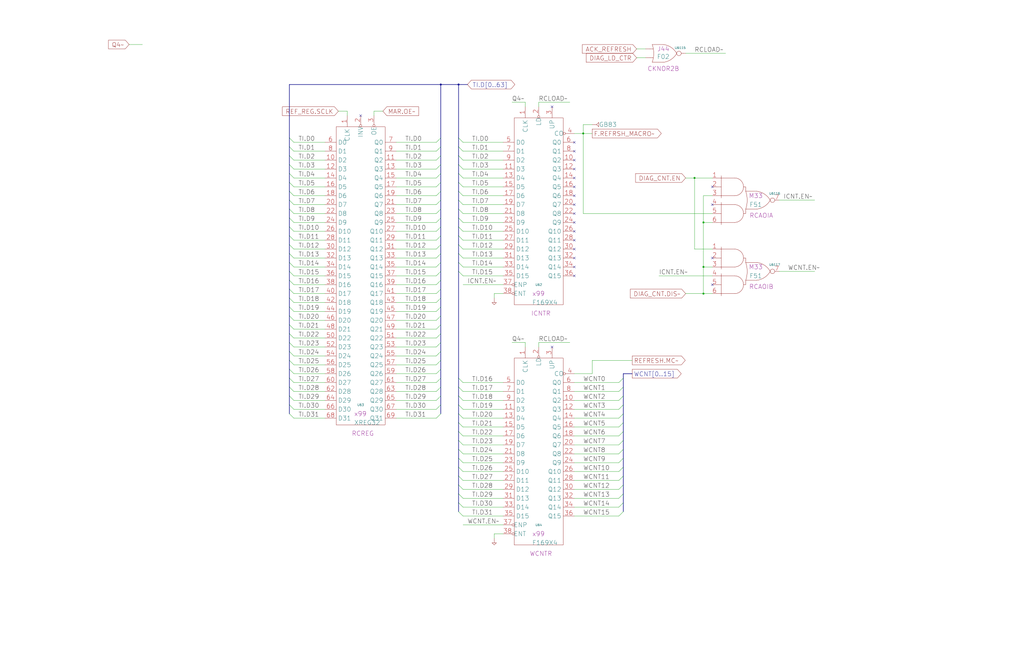
<source format=kicad_sch>
(kicad_sch (version 20230121) (generator eeschema)
  (paper "User" 584.2 378.46)
  (title_block (title "REFRESH COUNTERS") (date "20-MAR-90") (rev "1.0") (comment 1 "FIU") (comment 2 "232-003065") (comment 3 "S400") (comment 4 "RELEASED"))
  (lib_symbols
    (symbol "r1000:F02" (pin_numbers hide) (pin_names hide)
      (property "Reference" "U" (at 12.16 0.635 0))
      (property "Value" "F02" (at -1.27 -4.445 0))
      (property "Location" "___" (at 2.54 0 0))
      (property "Name" "______" (at 2.54 -12.7 0))
      (symbol "F02_0_1"
        (arc (start -3.81 -7.62) (mid -2.9847 -2.54) (end -3.81 2.54) (stroke (width 0.1524)))
        (polyline (pts (xy -5.08 -5.08) (xy -3.175 -5.08)) (stroke (width 0.1524)))
        (polyline (pts (xy -5.08 0) (xy -3.175 0)) (stroke (width 0.1524)))
        (polyline (pts (xy -3.81 -7.62) (xy 2.54 -7.62)) (stroke (width 0.1524)))
        (polyline (pts (xy -3.81 2.54) (xy 2.54 2.54)) (stroke (width 0.1524)))
        (polyline (pts (xy 13.97 -2.54) (xy 12.7 -2.54)) (stroke (width 0.1524)))
        (arc (start 2.54 -7.62) (mid 6.9515 -5.9823) (end 10.16 -2.54) (stroke (width 0.1524)))
        (arc (start 10.16 -2.54) (mid 6.9478 0.8966) (end 2.54 2.54) (stroke (width 0.1524)))
        (circle (center 11.43 -2.54) (radius 1.27) (stroke (width 0.1524)))
      )
      (symbol "F02_0_2"
        (circle (center -3.81 -5.08) (radius 1.27) (stroke (width 0.1524)))
        (circle (center -3.81 0) (radius 1.27) (stroke (width 0.1524)))
        (polyline (pts (xy -2.54 -7.62) (xy 5.08 -7.62)) (stroke (width 0.1524)))
        (polyline (pts (xy -2.54 2.54) (xy -2.54 -7.62)) (stroke (width 0.1524)))
        (polyline (pts (xy -2.54 2.54) (xy 5.08 2.54)) (stroke (width 0.1524)))
        (polyline (pts (xy 11.43 -2.54) (xy 10.16 -2.54)) (stroke (width 0.1524)))
        (polyline (pts (xy 11.43 -2.54) (xy 12.7 -2.54)) (stroke (width 0.1524)))
        (arc (start 5.08 -7.62) (mid 10.1282 -2.54) (end 5.08 2.54) (stroke (width 0.1524)))
      )
      (symbol "F02_1_1"
        (pin input line (at -7.62 0 0) (length 2.54) (name "D0") (number "1"))
        (pin input line (at -7.62 -5.08 0) (length 2.54) (name "D1") (number "2"))
        (pin output line (at 15.24 -2.54 180) (length 1.27) (name "Q") (number "3"))
      )
      (symbol "F02_1_2"
        (pin input line (at -7.62 0 0) (length 2.54) (name "D0") (number "1"))
        (pin input line (at -7.62 -5.08 0) (length 2.54) (name "D1") (number "2"))
        (pin output line (at 15.24 -2.54 180) (length 2.54) (name "Q") (number "3"))
      )
    )
    (symbol "r1000:F169X4" (pin_names (offset 1.016))
      (property "Reference" "U" (at 2.54 5.08 0))
      (property "Value" "F169X4" (at -1.27 -5.08 0))
      (property "Location" "___" (at -1.27 0 0))
      (property "Name" "______" (at 3.81 -12.7 0))
      (symbol "F169X4_1_1"
        (circle (center -12.065 0) (radius 0.635))
        (circle (center -12.065 5.08) (radius 0.635))
        (rectangle (start -11.43 100.33) (end 16.51 -6.35))
        (circle (center 2.54 100.965) (radius 0.635))
        (circle (center 17.145 91.44) (radius 0.635))
        (pin input line (at -5.08 106.68 270) (length 6.35) (name "CLK") (number "1"))
        (pin output line (at 22.86 76.2 180) (length 6.35) (name "Q2") (number "10"))
        (pin input line (at -17.78 71.12 0) (length 6.35) (name "D3") (number "11"))
        (pin output line (at 22.86 71.12 180) (length 6.35) (name "Q3") (number "12"))
        (pin input line (at -17.78 66.04 0) (length 6.35) (name "D4") (number "13"))
        (pin output line (at 22.86 66.04 180) (length 6.35) (name "Q4") (number "14"))
        (pin input line (at -17.78 60.96 0) (length 6.35) (name "D5") (number "15"))
        (pin output line (at 22.86 60.96 180) (length 6.35) (name "Q5") (number "16"))
        (pin input line (at -17.78 55.88 0) (length 6.35) (name "D6") (number "17"))
        (pin output line (at 22.86 55.88 180) (length 6.35) (name "Q6") (number "18"))
        (pin input line (at -17.78 50.8 0) (length 6.35) (name "D7") (number "19"))
        (pin input line (at 2.54 106.68 270) (length 5.08) (name "LD") (number "2"))
        (pin output line (at 22.86 50.8 180) (length 6.35) (name "Q7") (number "20"))
        (pin input line (at -17.78 45.72 0) (length 6.35) (name "D8") (number "21"))
        (pin output line (at 22.86 45.72 180) (length 6.35) (name "Q8") (number "22"))
        (pin input line (at -17.78 40.64 0) (length 6.35) (name "D9") (number "23"))
        (pin output line (at 22.86 40.64 180) (length 6.35) (name "Q9") (number "24"))
        (pin input line (at -17.78 35.56 0) (length 6.35) (name "D10") (number "25"))
        (pin output line (at 22.86 35.56 180) (length 6.35) (name "Q10") (number "26"))
        (pin input line (at -17.78 30.48 0) (length 6.35) (name "D11") (number "27"))
        (pin output line (at 22.86 30.48 180) (length 6.35) (name "Q11") (number "28"))
        (pin input line (at -17.78 25.4 0) (length 6.35) (name "D12") (number "29"))
        (pin input line (at 10.16 106.68 270) (length 6.35) (name "UP") (number "3"))
        (pin output line (at 22.86 25.4 180) (length 6.35) (name "Q12") (number "30"))
        (pin input line (at -17.78 20.32 0) (length 6.35) (name "D13") (number "31"))
        (pin output line (at 22.86 20.32 180) (length 6.35) (name "Q13") (number "32"))
        (pin input line (at -17.78 15.24 0) (length 6.35) (name "D14") (number "33"))
        (pin output line (at 22.86 15.24 180) (length 6.35) (name "Q14") (number "34"))
        (pin input line (at -17.78 10.16 0) (length 6.35) (name "D15") (number "35"))
        (pin output line (at 22.86 10.16 180) (length 6.35) (name "Q15") (number "36"))
        (pin input line (at -17.78 5.08 0) (length 5.08) (name "ENP") (number "37"))
        (pin input line (at -17.78 0 0) (length 5.08) (name "ENT") (number "38"))
        (pin output line (at 22.86 91.44 180) (length 5.08) (name "CO") (number "4"))
        (pin input line (at -17.78 86.36 0) (length 6.35) (name "D0") (number "5"))
        (pin output line (at 22.86 86.36 180) (length 6.35) (name "Q0") (number "6"))
        (pin input line (at -17.78 81.28 0) (length 6.35) (name "D1") (number "7"))
        (pin output line (at 22.86 81.28 180) (length 6.35) (name "Q1") (number "8"))
        (pin input line (at -17.78 76.2 0) (length 6.35) (name "D2") (number "9"))
      )
    )
    (symbol "r1000:F51" (pin_names hide)
      (property "Reference" "U" (at 12.7 1.27 0))
      (property "Value" "F51" (at 1.905 -5.08 0))
      (property "Location" "___" (at 1.905 0 0))
      (property "Name" "______" (at 5.08 -12.7 0))
      (symbol "F51_0_0"
        (arc (start -10.16 -15.24) (mid -6.5679 -13.7521) (end -5.08 -10.16) (stroke (width 0.1524)))
        (arc (start -10.16 0) (mid -6.5679 1.4879) (end -5.08 5.08) (stroke (width 0.1524)))
        (arc (start -5.08 -10.16) (mid -6.5679 -6.5679) (end -10.16 -5.08) (stroke (width 0.1524)))
        (arc (start -5.08 5.08) (mid -6.5679 8.6721) (end -10.16 10.16) (stroke (width 0.1524)))
        (arc (start -3.8173 -7.62) (mid -2.9926 -2.54) (end -3.8173 2.54) (stroke (width 0.1524)))
        (polyline (pts (xy -20.32 -15.24) (xy -17.78 -15.24)) (stroke (width 0.1524)))
        (polyline (pts (xy -20.32 -10.16) (xy -17.78 -10.16)) (stroke (width 0.1524)))
        (polyline (pts (xy -20.32 -5.08) (xy -17.78 -5.08)) (stroke (width 0.1524)))
        (polyline (pts (xy -20.32 0) (xy -17.78 0)) (stroke (width 0.1524)))
        (polyline (pts (xy -20.32 5.08) (xy -17.78 5.08)) (stroke (width 0.1524)))
        (polyline (pts (xy -20.32 10.16) (xy -17.78 10.16)) (stroke (width 0.1524)))
        (polyline (pts (xy -17.78 -3.81) (xy -17.78 -16.51)) (stroke (width 0.1524)))
        (polyline (pts (xy -17.78 11.43) (xy -17.78 -1.27)) (stroke (width 0.1524)))
        (polyline (pts (xy -10.16 -15.24) (xy -17.78 -15.24)) (stroke (width 0.1524)))
        (polyline (pts (xy -10.16 -5.08) (xy -17.78 -5.08)) (stroke (width 0.1524)))
        (polyline (pts (xy -10.16 0) (xy -17.78 0)) (stroke (width 0.1524)))
        (polyline (pts (xy -10.16 10.16) (xy -17.78 10.16)) (stroke (width 0.1524)))
        (polyline (pts (xy -3.81 -7.62) (xy 2.54 -7.62)) (stroke (width 0.1524)))
        (polyline (pts (xy -3.81 2.54) (xy 2.54 2.54)) (stroke (width 0.1524)))
        (polyline (pts (xy -5.08 -10.16) (xy -3.81 -10.16) (xy -3.81 -7.62)) (stroke (width 0.1524)))
        (polyline (pts (xy -5.08 5.08) (xy -3.81 5.08) (xy -3.81 2.54)) (stroke (width 0.1524)))
        (arc (start 2.54 -7.62) (mid 6.9504 -5.9805) (end 10.16 -2.54) (stroke (width 0.1524)))
        (arc (start 10.16 -2.54) (mid 6.9516 0.9024) (end 2.54 2.54) (stroke (width 0.1524)))
        (circle (center 11.43 -2.54) (radius 1.27) (stroke (width 0.1524)))
      )
      (symbol "F51_1_1"
        (pin input line (at -22.86 10.16 0) (length 2.54) (name "A1") (number "1"))
        (pin input line (at -22.86 5.08 0) (length 2.54) (name "A2") (number "2"))
        (pin input line (at -22.86 0 0) (length 2.54) (name "A3") (number "3"))
        (pin input line (at -22.86 -5.08 0) (length 2.54) (name "B1") (number "4"))
        (pin input line (at -22.86 -10.16 0) (length 2.54) (name "B2") (number "5"))
        (pin input line (at -22.86 -15.24 0) (length 2.54) (name "B3") (number "6"))
        (pin output line (at 15.24 -2.54 180) (length 2.54) (name "Q") (number "7"))
      )
    )
    (symbol "r1000:GB" (pin_numbers hide) (pin_names (offset 0) hide)
      (property "Reference" "GB" (at 3.81 0 0))
      (symbol "GB_0_1"
        (polyline (pts (xy 2.54 0) (xy 3.81 1.27) (xy 3.81 -1.27) (xy 2.54 0)) (stroke (width 0.1524)))
      )
      (symbol "GB_1_1"
        (pin bidirectional line (at 0 0 0) (length 2.54) (name "") (number "1"))
      )
    )
    (symbol "r1000:PD" (power) (pin_numbers hide) (pin_names hide) (in_bom no)
      (symbol "PD_0_1"
        (polyline (pts (xy 0 -2.54) (xy 1.27 -2.54) (xy 0 -3.81) (xy -1.27 -2.54) (xy 0 -2.54)) (stroke (width 0.1524)))
      )
      (symbol "PD_1_1"
        (pin power_in line (at 0 0 270) (length 2.54) (name "PD") (number "1"))
      )
    )
    (symbol "r1000:XREG32" (pin_names (offset 1.016))
      (property "Reference" "U" (at 2.54 5.08 0))
      (property "Value" "XREG32" (at -1.27 -5.08 0))
      (property "Location" "___" (at -1.27 0 0))
      (property "Name" "______" (at 3.81 -12.7 0))
      (symbol "XREG32_1_1"
        (rectangle (start -11.43 163.83) (end 16.51 -6.35))
        (circle (center 2.54 164.465) (radius 0.635))
        (circle (center 10.16 164.465) (radius 0.635))
        (pin input line (at -5.08 170.18 270) (length 6.35) (name "CLK") (number "1"))
        (pin input line (at -17.78 144.78 0) (length 6.35) (name "D2") (number "10"))
        (pin tri_state line (at 22.86 144.78 180) (length 6.35) (name "Q2") (number "11"))
        (pin input line (at -17.78 139.7 0) (length 6.35) (name "D3") (number "12"))
        (pin tri_state line (at 22.86 139.7 180) (length 6.35) (name "Q3") (number "13"))
        (pin input line (at -17.78 134.62 0) (length 6.35) (name "D4") (number "14"))
        (pin tri_state line (at 22.86 134.62 180) (length 6.35) (name "Q4") (number "15"))
        (pin input line (at -17.78 129.54 0) (length 6.35) (name "D5") (number "16"))
        (pin tri_state line (at 22.86 129.54 180) (length 6.35) (name "Q5") (number "17"))
        (pin input line (at -17.78 124.46 0) (length 6.35) (name "D6") (number "18"))
        (pin tri_state line (at 22.86 124.46 180) (length 6.35) (name "Q6") (number "19"))
        (pin input line (at 2.54 170.18 270) (length 5.08) (name "INV") (number "2"))
        (pin input line (at -17.78 119.38 0) (length 6.35) (name "D7") (number "20"))
        (pin tri_state line (at 22.86 119.38 180) (length 6.35) (name "Q7") (number "21"))
        (pin input line (at -17.78 114.3 0) (length 6.35) (name "D8") (number "22"))
        (pin tri_state line (at 22.86 114.3 180) (length 6.35) (name "Q8") (number "23"))
        (pin input line (at -17.78 109.22 0) (length 6.35) (name "D9") (number "24"))
        (pin tri_state line (at 22.86 109.22 180) (length 6.35) (name "Q9") (number "25"))
        (pin input line (at -17.78 104.14 0) (length 6.35) (name "D10") (number "26"))
        (pin tri_state line (at 22.86 104.14 180) (length 6.35) (name "Q10") (number "27"))
        (pin input line (at -17.78 99.06 0) (length 6.35) (name "D11") (number "28"))
        (pin tri_state line (at 22.86 99.06 180) (length 6.35) (name "Q11") (number "29"))
        (pin input line (at 10.16 170.18 270) (length 5.08) (name "OE") (number "3"))
        (pin input line (at -17.78 93.98 0) (length 6.35) (name "D12") (number "30"))
        (pin tri_state line (at 22.86 93.98 180) (length 6.35) (name "Q12") (number "31"))
        (pin input line (at -17.78 88.9 0) (length 6.35) (name "D13") (number "32"))
        (pin tri_state line (at 22.86 88.9 180) (length 6.35) (name "Q13") (number "33"))
        (pin input line (at -17.78 83.82 0) (length 6.35) (name "D14") (number "34"))
        (pin tri_state line (at 22.86 83.82 180) (length 6.35) (name "Q14") (number "35"))
        (pin input line (at -17.78 78.74 0) (length 6.35) (name "D15") (number "36"))
        (pin tri_state line (at 22.86 78.74 180) (length 6.35) (name "Q15") (number "37"))
        (pin input line (at -17.78 73.66 0) (length 6.35) (name "D16") (number "38"))
        (pin tri_state line (at 22.86 73.66 180) (length 6.35) (name "Q16") (number "39"))
        (pin input line (at -17.78 68.58 0) (length 6.35) (name "D17") (number "40"))
        (pin tri_state line (at 22.86 68.58 180) (length 6.35) (name "Q17") (number "41"))
        (pin input line (at -17.78 63.5 0) (length 6.35) (name "D18") (number "42"))
        (pin tri_state line (at 22.86 63.5 180) (length 6.35) (name "Q18") (number "43"))
        (pin input line (at -17.78 58.42 0) (length 6.35) (name "D19") (number "44"))
        (pin tri_state line (at 22.86 58.42 180) (length 6.35) (name "Q19") (number "45"))
        (pin input line (at -17.78 53.34 0) (length 6.35) (name "D20") (number "46"))
        (pin tri_state line (at 22.86 53.34 180) (length 6.35) (name "Q20") (number "47"))
        (pin input line (at -17.78 48.26 0) (length 6.35) (name "D21") (number "48"))
        (pin tri_state line (at 22.86 48.26 180) (length 6.35) (name "Q21") (number "49"))
        (pin input line (at -17.78 43.18 0) (length 6.35) (name "D22") (number "50"))
        (pin tri_state line (at 22.86 43.18 180) (length 6.35) (name "Q22") (number "51"))
        (pin input line (at -17.78 38.1 0) (length 6.35) (name "D23") (number "52"))
        (pin tri_state line (at 22.86 38.1 180) (length 6.35) (name "Q23") (number "53"))
        (pin input line (at -17.78 33.02 0) (length 6.35) (name "D24") (number "54"))
        (pin tri_state line (at 22.86 33.02 180) (length 6.35) (name "Q24") (number "55"))
        (pin input line (at -17.78 27.94 0) (length 6.35) (name "D25") (number "56"))
        (pin tri_state line (at 22.86 27.94 180) (length 6.35) (name "Q25") (number "57"))
        (pin input line (at -17.78 22.86 0) (length 6.35) (name "D26") (number "58"))
        (pin tri_state line (at 22.86 22.86 180) (length 6.35) (name "Q26") (number "59"))
        (pin input line (at -17.78 154.94 0) (length 6.35) (name "D0") (number "6"))
        (pin input line (at -17.78 17.78 0) (length 6.35) (name "D27") (number "60"))
        (pin tri_state line (at 22.86 17.78 180) (length 6.35) (name "Q27") (number "61"))
        (pin input line (at -17.78 12.7 0) (length 6.35) (name "D28") (number "62"))
        (pin tri_state line (at 22.86 12.7 180) (length 6.35) (name "Q28") (number "63"))
        (pin input line (at -17.78 7.62 0) (length 6.35) (name "D29") (number "64"))
        (pin tri_state line (at 22.86 7.62 180) (length 6.35) (name "Q29") (number "65"))
        (pin input line (at -17.78 2.54 0) (length 6.35) (name "D30") (number "66"))
        (pin tri_state line (at 22.86 2.54 180) (length 6.35) (name "Q30") (number "67"))
        (pin input line (at -17.78 -2.54 0) (length 6.35) (name "D31") (number "68"))
        (pin tri_state line (at 22.86 -2.54 180) (length 6.35) (name "Q31") (number "69"))
        (pin tri_state line (at 22.86 154.94 180) (length 6.35) (name "Q0") (number "7"))
        (pin input line (at -17.78 149.86 0) (length 6.35) (name "D1") (number "8"))
        (pin tri_state line (at 22.86 149.86 180) (length 6.35) (name "Q1") (number "9"))
      )
    )
  )
  (junction (at 396.24 101.6))
  (junction (at 401.32 127))
  (junction (at 332.74 76.2))
  (junction (at 261.62 48.26))
  (junction (at 251.46 48.26))
  (junction (at 401.32 167.64))
  (junction (at 401.32 152.4))
  (no_connect (at 327.66 111.76))
  (no_connect (at 327.66 157.48))
  (no_connect (at 327.66 147.32))
  (no_connect (at 205.74 66.04))
  (no_connect (at 327.66 81.28))
  (no_connect (at 327.66 116.84))
  (no_connect (at 327.66 101.6))
  (no_connect (at 406.4 106.68))
  (no_connect (at 314.96 60.96))
  (no_connect (at 314.96 198.12))
  (no_connect (at 327.66 91.44))
  (no_connect (at 327.66 137.16))
  (no_connect (at 327.66 106.68))
  (no_connect (at 327.66 132.08))
  (no_connect (at 406.4 147.32))
  (no_connect (at 327.66 96.52))
  (no_connect (at 406.4 162.56))
  (no_connect (at 327.66 86.36))
  (no_connect (at 327.66 121.92))
  (no_connect (at 327.66 142.24))
  (no_connect (at 327.66 127))
  (no_connect (at 406.4 116.84))
  (no_connect (at 327.66 152.4))
  (bus_entry (at 261.62 144.78) (size 2.54 2.54))
  (bus_entry (at 261.62 271.78) (size 2.54 2.54))
  (bus_entry (at 251.46 170.18) (size -2.54 2.54))
  (bus_entry (at 251.46 99.06) (size -2.54 2.54))
  (bus_entry (at 165.1 185.42) (size 2.54 2.54))
  (bus_entry (at 251.46 236.22) (size -2.54 2.54))
  (bus_entry (at 251.46 93.98) (size -2.54 2.54))
  (bus_entry (at 251.46 165.1) (size -2.54 2.54))
  (bus_entry (at 355.6 226.06) (size -2.54 2.54))
  (bus_entry (at 165.1 195.58) (size 2.54 2.54))
  (bus_entry (at 355.6 231.14) (size -2.54 2.54))
  (bus_entry (at 165.1 154.94) (size 2.54 2.54))
  (bus_entry (at 165.1 124.46) (size 2.54 2.54))
  (bus_entry (at 165.1 144.78) (size 2.54 2.54))
  (bus_entry (at 355.6 236.22) (size -2.54 2.54))
  (bus_entry (at 165.1 236.22) (size 2.54 2.54))
  (bus_entry (at 261.62 287.02) (size 2.54 2.54))
  (bus_entry (at 261.62 215.9) (size 2.54 2.54))
  (bus_entry (at 251.46 160.02) (size -2.54 2.54))
  (bus_entry (at 261.62 241.3) (size 2.54 2.54))
  (bus_entry (at 261.62 226.06) (size 2.54 2.54))
  (bus_entry (at 251.46 129.54) (size -2.54 2.54))
  (bus_entry (at 251.46 139.7) (size -2.54 2.54))
  (bus_entry (at 261.62 129.54) (size 2.54 2.54))
  (bus_entry (at 165.1 175.26) (size 2.54 2.54))
  (bus_entry (at 261.62 88.9) (size 2.54 2.54))
  (bus_entry (at 355.6 241.3) (size -2.54 2.54))
  (bus_entry (at 355.6 281.94) (size -2.54 2.54))
  (bus_entry (at 355.6 251.46) (size -2.54 2.54))
  (bus_entry (at 165.1 83.82) (size 2.54 2.54))
  (bus_entry (at 261.62 109.22) (size 2.54 2.54))
  (bus_entry (at 251.46 88.9) (size -2.54 2.54))
  (bus_entry (at 165.1 129.54) (size 2.54 2.54))
  (bus_entry (at 251.46 200.66) (size -2.54 2.54))
  (bus_entry (at 251.46 119.38) (size -2.54 2.54))
  (bus_entry (at 261.62 83.82) (size 2.54 2.54))
  (bus_entry (at 165.1 93.98) (size 2.54 2.54))
  (bus_entry (at 165.1 160.02) (size 2.54 2.54))
  (bus_entry (at 261.62 93.98) (size 2.54 2.54))
  (bus_entry (at 165.1 165.1) (size 2.54 2.54))
  (bus_entry (at 165.1 139.7) (size 2.54 2.54))
  (bus_entry (at 251.46 144.78) (size -2.54 2.54))
  (bus_entry (at 165.1 114.3) (size 2.54 2.54))
  (bus_entry (at 251.46 149.86) (size -2.54 2.54))
  (bus_entry (at 251.46 83.82) (size -2.54 2.54))
  (bus_entry (at 251.46 220.98) (size -2.54 2.54))
  (bus_entry (at 261.62 124.46) (size 2.54 2.54))
  (bus_entry (at 251.46 215.9) (size -2.54 2.54))
  (bus_entry (at 355.6 271.78) (size -2.54 2.54))
  (bus_entry (at 261.62 134.62) (size 2.54 2.54))
  (bus_entry (at 165.1 119.38) (size 2.54 2.54))
  (bus_entry (at 251.46 104.14) (size -2.54 2.54))
  (bus_entry (at 251.46 210.82) (size -2.54 2.54))
  (bus_entry (at 251.46 114.3) (size -2.54 2.54))
  (bus_entry (at 251.46 195.58) (size -2.54 2.54))
  (bus_entry (at 261.62 292.1) (size 2.54 2.54))
  (bus_entry (at 251.46 226.06) (size -2.54 2.54))
  (bus_entry (at 355.6 276.86) (size -2.54 2.54))
  (bus_entry (at 355.6 215.9) (size -2.54 2.54))
  (bus_entry (at 251.46 231.14) (size -2.54 2.54))
  (bus_entry (at 251.46 185.42) (size -2.54 2.54))
  (bus_entry (at 165.1 104.14) (size 2.54 2.54))
  (bus_entry (at 261.62 231.14) (size 2.54 2.54))
  (bus_entry (at 261.62 251.46) (size 2.54 2.54))
  (bus_entry (at 165.1 220.98) (size 2.54 2.54))
  (bus_entry (at 165.1 88.9) (size 2.54 2.54))
  (bus_entry (at 165.1 200.66) (size 2.54 2.54))
  (bus_entry (at 261.62 261.62) (size 2.54 2.54))
  (bus_entry (at 251.46 154.94) (size -2.54 2.54))
  (bus_entry (at 251.46 190.5) (size -2.54 2.54))
  (bus_entry (at 165.1 210.82) (size 2.54 2.54))
  (bus_entry (at 165.1 231.14) (size 2.54 2.54))
  (bus_entry (at 251.46 134.62) (size -2.54 2.54))
  (bus_entry (at 261.62 78.74) (size 2.54 2.54))
  (bus_entry (at 251.46 78.74) (size -2.54 2.54))
  (bus_entry (at 261.62 99.06) (size 2.54 2.54))
  (bus_entry (at 165.1 78.74) (size 2.54 2.54))
  (bus_entry (at 261.62 246.38) (size 2.54 2.54))
  (bus_entry (at 165.1 170.18) (size 2.54 2.54))
  (bus_entry (at 355.6 266.7) (size -2.54 2.54))
  (bus_entry (at 261.62 276.86) (size 2.54 2.54))
  (bus_entry (at 261.62 154.94) (size 2.54 2.54))
  (bus_entry (at 261.62 236.22) (size 2.54 2.54))
  (bus_entry (at 355.6 287.02) (size -2.54 2.54))
  (bus_entry (at 261.62 119.38) (size 2.54 2.54))
  (bus_entry (at 355.6 246.38) (size -2.54 2.54))
  (bus_entry (at 261.62 149.86) (size 2.54 2.54))
  (bus_entry (at 261.62 139.7) (size 2.54 2.54))
  (bus_entry (at 251.46 124.46) (size -2.54 2.54))
  (bus_entry (at 165.1 226.06) (size 2.54 2.54))
  (bus_entry (at 165.1 215.9) (size 2.54 2.54))
  (bus_entry (at 165.1 190.5) (size 2.54 2.54))
  (bus_entry (at 355.6 256.54) (size -2.54 2.54))
  (bus_entry (at 165.1 134.62) (size 2.54 2.54))
  (bus_entry (at 355.6 292.1) (size -2.54 2.54))
  (bus_entry (at 355.6 220.98) (size -2.54 2.54))
  (bus_entry (at 261.62 104.14) (size 2.54 2.54))
  (bus_entry (at 261.62 220.98) (size 2.54 2.54))
  (bus_entry (at 251.46 205.74) (size -2.54 2.54))
  (bus_entry (at 261.62 281.94) (size 2.54 2.54))
  (bus_entry (at 165.1 99.06) (size 2.54 2.54))
  (bus_entry (at 251.46 109.22) (size -2.54 2.54))
  (bus_entry (at 355.6 261.62) (size -2.54 2.54))
  (bus_entry (at 261.62 256.54) (size 2.54 2.54))
  (bus_entry (at 261.62 114.3) (size 2.54 2.54))
  (bus_entry (at 165.1 149.86) (size 2.54 2.54))
  (bus_entry (at 251.46 180.34) (size -2.54 2.54))
  (bus_entry (at 165.1 180.34) (size 2.54 2.54))
  (bus_entry (at 261.62 266.7) (size 2.54 2.54))
  (bus_entry (at 251.46 175.26) (size -2.54 2.54))
  (bus_entry (at 165.1 205.74) (size 2.54 2.54))
  (bus_entry (at 165.1 109.22) (size 2.54 2.54))
  (wire (pts (xy 264.16 106.68) (xy 287.02 106.68)))
  (bus (pts (xy 165.1 144.78) (xy 165.1 149.86)))
  (wire (pts (xy 264.16 91.44) (xy 287.02 91.44)))
  (wire (pts (xy 327.66 218.44) (xy 353.06 218.44)))
  (bus (pts (xy 251.46 144.78) (xy 251.46 149.86)))
  (wire (pts (xy 401.32 152.4) (xy 401.32 127)))
  (wire (pts (xy 327.66 259.08) (xy 353.06 259.08)))
  (wire (pts (xy 167.64 203.2) (xy 185.42 203.2)))
  (wire (pts (xy 248.92 152.4) (xy 226.06 152.4)))
  (wire (pts (xy 264.16 294.64) (xy 287.02 294.64)))
  (bus (pts (xy 261.62 220.98) (xy 261.62 226.06)))
  (bus (pts (xy 165.1 114.3) (xy 165.1 119.38)))
  (bus (pts (xy 165.1 226.06) (xy 165.1 231.14)))
  (bus (pts (xy 165.1 220.98) (xy 165.1 226.06)))
  (wire (pts (xy 167.64 137.16) (xy 185.42 137.16)))
  (bus (pts (xy 261.62 246.38) (xy 261.62 251.46)))
  (bus (pts (xy 355.6 281.94) (xy 355.6 287.02)))
  (wire (pts (xy 248.92 101.6) (xy 226.06 101.6)))
  (bus (pts (xy 251.46 48.26) (xy 261.62 48.26)))
  (bus (pts (xy 261.62 139.7) (xy 261.62 144.78)))
  (wire (pts (xy 264.16 218.44) (xy 287.02 218.44)))
  (bus (pts (xy 261.62 266.7) (xy 261.62 271.78)))
  (wire (pts (xy 167.64 142.24) (xy 185.42 142.24)))
  (wire (pts (xy 292.1 58.42) (xy 299.72 58.42)))
  (wire (pts (xy 360.68 205.74) (xy 337.82 205.74)))
  (wire (pts (xy 248.92 127) (xy 226.06 127)))
  (wire (pts (xy 327.66 228.6) (xy 353.06 228.6)))
  (bus (pts (xy 261.62 215.9) (xy 261.62 220.98)))
  (wire (pts (xy 167.64 228.6) (xy 185.42 228.6)))
  (wire (pts (xy 287.02 167.64) (xy 281.94 167.64)))
  (bus (pts (xy 261.62 261.62) (xy 261.62 266.7)))
  (wire (pts (xy 401.32 127) (xy 406.4 127)))
  (bus (pts (xy 165.1 231.14) (xy 165.1 236.22)))
  (wire (pts (xy 248.92 187.96) (xy 226.06 187.96)))
  (bus (pts (xy 261.62 231.14) (xy 261.62 236.22)))
  (wire (pts (xy 264.16 81.28) (xy 287.02 81.28)))
  (wire (pts (xy 248.92 116.84) (xy 226.06 116.84)))
  (wire (pts (xy 167.64 187.96) (xy 185.42 187.96)))
  (bus (pts (xy 251.46 78.74) (xy 251.46 83.82)))
  (wire (pts (xy 167.64 233.68) (xy 185.42 233.68)))
  (wire (pts (xy 281.94 167.64) (xy 281.94 170.18)))
  (wire (pts (xy 264.16 152.4) (xy 287.02 152.4)))
  (bus (pts (xy 261.62 129.54) (xy 261.62 134.62)))
  (wire (pts (xy 464.82 114.3) (xy 444.5 114.3)))
  (wire (pts (xy 167.64 152.4) (xy 185.42 152.4)))
  (wire (pts (xy 167.64 238.76) (xy 185.42 238.76)))
  (wire (pts (xy 327.66 254) (xy 353.06 254)))
  (wire (pts (xy 248.92 198.12) (xy 226.06 198.12)))
  (wire (pts (xy 213.36 63.5) (xy 213.36 66.04)))
  (wire (pts (xy 264.16 147.32) (xy 287.02 147.32)))
  (wire (pts (xy 167.64 172.72) (xy 185.42 172.72)))
  (bus (pts (xy 165.1 210.82) (xy 165.1 215.9)))
  (bus (pts (xy 261.62 281.94) (xy 261.62 287.02)))
  (wire (pts (xy 248.92 157.48) (xy 226.06 157.48)))
  (bus (pts (xy 165.1 93.98) (xy 165.1 99.06)))
  (bus (pts (xy 251.46 170.18) (xy 251.46 175.26)))
  (wire (pts (xy 167.64 162.56) (xy 185.42 162.56)))
  (wire (pts (xy 167.64 167.64) (xy 185.42 167.64)))
  (wire (pts (xy 248.92 193.04) (xy 226.06 193.04)))
  (bus (pts (xy 355.6 276.86) (xy 355.6 281.94)))
  (wire (pts (xy 193.04 63.5) (xy 198.12 63.5)))
  (bus (pts (xy 261.62 154.94) (xy 261.62 215.9)))
  (wire (pts (xy 248.92 228.6) (xy 226.06 228.6)))
  (wire (pts (xy 332.74 76.2) (xy 332.74 121.92)))
  (bus (pts (xy 251.46 231.14) (xy 251.46 236.22)))
  (wire (pts (xy 391.16 101.6) (xy 396.24 101.6)))
  (bus (pts (xy 355.6 220.98) (xy 355.6 226.06)))
  (wire (pts (xy 167.64 86.36) (xy 185.42 86.36)))
  (bus (pts (xy 165.1 195.58) (xy 165.1 200.66)))
  (bus (pts (xy 355.6 241.3) (xy 355.6 246.38)))
  (wire (pts (xy 327.66 243.84) (xy 353.06 243.84)))
  (bus (pts (xy 355.6 236.22) (xy 355.6 241.3)))
  (wire (pts (xy 248.92 238.76) (xy 226.06 238.76)))
  (wire (pts (xy 264.16 137.16) (xy 287.02 137.16)))
  (wire (pts (xy 327.66 233.68) (xy 353.06 233.68)))
  (wire (pts (xy 325.12 58.42) (xy 307.34 58.42)))
  (bus (pts (xy 251.46 160.02) (xy 251.46 165.1)))
  (bus (pts (xy 261.62 48.26) (xy 261.62 78.74)))
  (bus (pts (xy 165.1 78.74) (xy 165.1 83.82)))
  (wire (pts (xy 444.5 154.94) (xy 464.82 154.94)))
  (wire (pts (xy 264.16 259.08) (xy 287.02 259.08)))
  (wire (pts (xy 401.32 167.64) (xy 406.4 167.64)))
  (bus (pts (xy 355.6 226.06) (xy 355.6 231.14)))
  (wire (pts (xy 396.24 101.6) (xy 396.24 142.24)))
  (bus (pts (xy 261.62 251.46) (xy 261.62 256.54)))
  (bus (pts (xy 355.6 266.7) (xy 355.6 271.78)))
  (wire (pts (xy 167.64 106.68) (xy 185.42 106.68)))
  (bus (pts (xy 251.46 220.98) (xy 251.46 226.06)))
  (bus (pts (xy 165.1 99.06) (xy 165.1 104.14)))
  (wire (pts (xy 264.16 254) (xy 287.02 254)))
  (bus (pts (xy 165.1 175.26) (xy 165.1 180.34)))
  (bus (pts (xy 165.1 129.54) (xy 165.1 134.62)))
  (bus (pts (xy 251.46 114.3) (xy 251.46 119.38)))
  (bus (pts (xy 355.6 215.9) (xy 355.6 220.98)))
  (wire (pts (xy 327.66 223.52) (xy 353.06 223.52)))
  (wire (pts (xy 167.64 213.36) (xy 185.42 213.36)))
  (wire (pts (xy 396.24 101.6) (xy 406.4 101.6)))
  (bus (pts (xy 251.46 215.9) (xy 251.46 220.98)))
  (wire (pts (xy 198.12 63.5) (xy 198.12 66.04)))
  (wire (pts (xy 248.92 182.88) (xy 226.06 182.88)))
  (wire (pts (xy 248.92 147.32) (xy 226.06 147.32)))
  (bus (pts (xy 261.62 114.3) (xy 261.62 119.38)))
  (wire (pts (xy 167.64 218.44) (xy 185.42 218.44)))
  (wire (pts (xy 327.66 76.2) (xy 332.74 76.2)))
  (bus (pts (xy 261.62 256.54) (xy 261.62 261.62)))
  (wire (pts (xy 299.72 195.58) (xy 299.72 198.12)))
  (bus (pts (xy 261.62 236.22) (xy 261.62 241.3)))
  (bus (pts (xy 251.46 226.06) (xy 251.46 231.14)))
  (wire (pts (xy 248.92 132.08) (xy 226.06 132.08)))
  (wire (pts (xy 167.64 101.6) (xy 185.42 101.6)))
  (wire (pts (xy 167.64 182.88) (xy 185.42 182.88)))
  (wire (pts (xy 264.16 238.76) (xy 287.02 238.76)))
  (bus (pts (xy 251.46 139.7) (xy 251.46 144.78)))
  (wire (pts (xy 248.92 111.76) (xy 226.06 111.76)))
  (bus (pts (xy 165.1 139.7) (xy 165.1 144.78)))
  (bus (pts (xy 251.46 175.26) (xy 251.46 180.34)))
  (wire (pts (xy 167.64 91.44) (xy 185.42 91.44)))
  (wire (pts (xy 167.64 116.84) (xy 185.42 116.84)))
  (bus (pts (xy 261.62 99.06) (xy 261.62 104.14)))
  (wire (pts (xy 327.66 294.64) (xy 353.06 294.64)))
  (bus (pts (xy 165.1 119.38) (xy 165.1 124.46)))
  (bus (pts (xy 261.62 287.02) (xy 261.62 292.1)))
  (wire (pts (xy 248.92 167.64) (xy 226.06 167.64)))
  (wire (pts (xy 248.92 218.44) (xy 226.06 218.44)))
  (bus (pts (xy 251.46 205.74) (xy 251.46 210.82)))
  (wire (pts (xy 264.16 121.92) (xy 287.02 121.92)))
  (wire (pts (xy 248.92 106.68) (xy 226.06 106.68)))
  (bus (pts (xy 261.62 241.3) (xy 261.62 246.38)))
  (wire (pts (xy 73.66 25.4) (xy 81.28 25.4)))
  (wire (pts (xy 264.16 243.84) (xy 287.02 243.84)))
  (wire (pts (xy 264.16 284.48) (xy 287.02 284.48)))
  (wire (pts (xy 307.34 58.42) (xy 307.34 60.96)))
  (wire (pts (xy 167.64 157.48) (xy 185.42 157.48)))
  (wire (pts (xy 248.92 177.8) (xy 226.06 177.8)))
  (wire (pts (xy 332.74 71.12) (xy 332.74 76.2)))
  (wire (pts (xy 363.22 33.02) (xy 368.3 33.02)))
  (wire (pts (xy 264.16 279.4) (xy 287.02 279.4)))
  (wire (pts (xy 167.64 223.52) (xy 185.42 223.52)))
  (wire (pts (xy 248.92 142.24) (xy 226.06 142.24)))
  (wire (pts (xy 292.1 195.58) (xy 299.72 195.58)))
  (wire (pts (xy 264.16 101.6) (xy 287.02 101.6)))
  (wire (pts (xy 299.72 58.42) (xy 299.72 60.96)))
  (bus (pts (xy 261.62 48.26) (xy 266.7 48.26)))
  (wire (pts (xy 396.24 142.24) (xy 406.4 142.24)))
  (bus (pts (xy 251.46 124.46) (xy 251.46 129.54)))
  (bus (pts (xy 261.62 93.98) (xy 261.62 99.06)))
  (wire (pts (xy 218.44 63.5) (xy 213.36 63.5)))
  (bus (pts (xy 251.46 99.06) (xy 251.46 104.14)))
  (bus (pts (xy 165.1 200.66) (xy 165.1 205.74)))
  (bus (pts (xy 251.46 185.42) (xy 251.46 190.5)))
  (wire (pts (xy 264.16 142.24) (xy 287.02 142.24)))
  (bus (pts (xy 165.1 154.94) (xy 165.1 160.02)))
  (wire (pts (xy 264.16 127) (xy 287.02 127)))
  (bus (pts (xy 251.46 190.5) (xy 251.46 195.58)))
  (wire (pts (xy 248.92 121.92) (xy 226.06 121.92)))
  (wire (pts (xy 248.92 86.36) (xy 226.06 86.36)))
  (bus (pts (xy 251.46 165.1) (xy 251.46 170.18)))
  (bus (pts (xy 261.62 104.14) (xy 261.62 109.22)))
  (wire (pts (xy 264.16 233.68) (xy 287.02 233.68)))
  (wire (pts (xy 401.32 152.4) (xy 406.4 152.4)))
  (bus (pts (xy 355.6 261.62) (xy 355.6 266.7)))
  (wire (pts (xy 248.92 91.44) (xy 226.06 91.44)))
  (wire (pts (xy 167.64 127) (xy 185.42 127)))
  (bus (pts (xy 355.6 246.38) (xy 355.6 251.46)))
  (wire (pts (xy 281.94 304.8) (xy 281.94 307.34)))
  (wire (pts (xy 167.64 198.12) (xy 185.42 198.12)))
  (bus (pts (xy 165.1 104.14) (xy 165.1 109.22)))
  (wire (pts (xy 337.82 205.74) (xy 337.82 213.36)))
  (bus (pts (xy 165.1 124.46) (xy 165.1 129.54)))
  (bus (pts (xy 165.1 180.34) (xy 165.1 185.42)))
  (bus (pts (xy 261.62 109.22) (xy 261.62 114.3)))
  (bus (pts (xy 251.46 154.94) (xy 251.46 160.02)))
  (wire (pts (xy 327.66 269.24) (xy 353.06 269.24)))
  (bus (pts (xy 251.46 88.9) (xy 251.46 93.98)))
  (wire (pts (xy 287.02 304.8) (xy 281.94 304.8)))
  (wire (pts (xy 327.66 289.56) (xy 353.06 289.56)))
  (bus (pts (xy 261.62 78.74) (xy 261.62 83.82)))
  (wire (pts (xy 264.16 223.52) (xy 287.02 223.52)))
  (wire (pts (xy 337.82 213.36) (xy 327.66 213.36)))
  (wire (pts (xy 264.16 289.56) (xy 287.02 289.56)))
  (wire (pts (xy 363.22 27.94) (xy 368.3 27.94)))
  (wire (pts (xy 327.66 274.32) (xy 353.06 274.32)))
  (bus (pts (xy 360.68 213.36) (xy 355.6 213.36)))
  (wire (pts (xy 167.64 193.04) (xy 185.42 193.04)))
  (bus (pts (xy 165.1 205.74) (xy 165.1 210.82)))
  (wire (pts (xy 167.64 81.28) (xy 185.42 81.28)))
  (bus (pts (xy 165.1 48.26) (xy 165.1 78.74)))
  (bus (pts (xy 355.6 231.14) (xy 355.6 236.22)))
  (bus (pts (xy 261.62 124.46) (xy 261.62 129.54)))
  (wire (pts (xy 375.92 157.48) (xy 406.4 157.48)))
  (wire (pts (xy 264.16 228.6) (xy 287.02 228.6)))
  (bus (pts (xy 251.46 119.38) (xy 251.46 124.46)))
  (bus (pts (xy 355.6 256.54) (xy 355.6 261.62)))
  (bus (pts (xy 165.1 149.86) (xy 165.1 154.94)))
  (wire (pts (xy 248.92 81.28) (xy 226.06 81.28)))
  (bus (pts (xy 261.62 83.82) (xy 261.62 88.9)))
  (wire (pts (xy 167.64 177.8) (xy 185.42 177.8)))
  (bus (pts (xy 165.1 190.5) (xy 165.1 195.58)))
  (wire (pts (xy 337.82 76.2) (xy 332.74 76.2)))
  (wire (pts (xy 264.16 248.92) (xy 287.02 248.92)))
  (bus (pts (xy 165.1 83.82) (xy 165.1 88.9)))
  (bus (pts (xy 261.62 134.62) (xy 261.62 139.7)))
  (bus (pts (xy 261.62 149.86) (xy 261.62 154.94)))
  (wire (pts (xy 167.64 111.76) (xy 185.42 111.76)))
  (bus (pts (xy 251.46 48.26) (xy 251.46 78.74)))
  (wire (pts (xy 248.92 208.28) (xy 226.06 208.28)))
  (wire (pts (xy 264.16 274.32) (xy 287.02 274.32)))
  (wire (pts (xy 325.12 195.58) (xy 307.34 195.58)))
  (bus (pts (xy 165.1 185.42) (xy 165.1 190.5)))
  (bus (pts (xy 251.46 210.82) (xy 251.46 215.9)))
  (wire (pts (xy 264.16 157.48) (xy 287.02 157.48)))
  (wire (pts (xy 248.92 233.68) (xy 226.06 233.68)))
  (wire (pts (xy 167.64 132.08) (xy 185.42 132.08)))
  (bus (pts (xy 251.46 134.62) (xy 251.46 139.7)))
  (wire (pts (xy 327.66 264.16) (xy 353.06 264.16)))
  (wire (pts (xy 264.16 269.24) (xy 287.02 269.24)))
  (bus (pts (xy 165.1 165.1) (xy 165.1 170.18)))
  (wire (pts (xy 248.92 96.52) (xy 226.06 96.52)))
  (wire (pts (xy 327.66 248.92) (xy 353.06 248.92)))
  (wire (pts (xy 264.16 162.56) (xy 287.02 162.56)))
  (bus (pts (xy 165.1 134.62) (xy 165.1 139.7)))
  (wire (pts (xy 327.66 279.4) (xy 353.06 279.4)))
  (wire (pts (xy 264.16 132.08) (xy 287.02 132.08)))
  (wire (pts (xy 401.32 152.4) (xy 401.32 167.64)))
  (bus (pts (xy 251.46 83.82) (xy 251.46 88.9)))
  (wire (pts (xy 248.92 213.36) (xy 226.06 213.36)))
  (bus (pts (xy 251.46 180.34) (xy 251.46 185.42)))
  (wire (pts (xy 391.16 167.64) (xy 401.32 167.64)))
  (wire (pts (xy 264.16 116.84) (xy 287.02 116.84)))
  (wire (pts (xy 327.66 238.76) (xy 353.06 238.76)))
  (bus (pts (xy 165.1 215.9) (xy 165.1 220.98)))
  (wire (pts (xy 167.64 147.32) (xy 185.42 147.32)))
  (bus (pts (xy 355.6 213.36) (xy 355.6 215.9)))
  (bus (pts (xy 251.46 109.22) (xy 251.46 114.3)))
  (wire (pts (xy 332.74 121.92) (xy 406.4 121.92)))
  (bus (pts (xy 251.46 149.86) (xy 251.46 154.94)))
  (bus (pts (xy 251.46 195.58) (xy 251.46 200.66)))
  (wire (pts (xy 332.74 71.12) (xy 337.82 71.12)))
  (bus (pts (xy 251.46 200.66) (xy 251.46 205.74)))
  (bus (pts (xy 355.6 287.02) (xy 355.6 292.1)))
  (bus (pts (xy 261.62 276.86) (xy 261.62 281.94)))
  (wire (pts (xy 264.16 264.16) (xy 287.02 264.16)))
  (wire (pts (xy 248.92 223.52) (xy 226.06 223.52)))
  (bus (pts (xy 165.1 48.26) (xy 251.46 48.26)))
  (bus (pts (xy 261.62 119.38) (xy 261.62 124.46)))
  (bus (pts (xy 261.62 88.9) (xy 261.62 93.98)))
  (wire (pts (xy 307.34 195.58) (xy 307.34 198.12)))
  (wire (pts (xy 264.16 96.52) (xy 287.02 96.52)))
  (bus (pts (xy 165.1 160.02) (xy 165.1 165.1)))
  (wire (pts (xy 248.92 137.16) (xy 226.06 137.16)))
  (wire (pts (xy 327.66 284.48) (xy 353.06 284.48)))
  (wire (pts (xy 391.16 30.48) (xy 414.02 30.48)))
  (wire (pts (xy 401.32 111.76) (xy 401.32 127)))
  (bus (pts (xy 165.1 170.18) (xy 165.1 175.26)))
  (wire (pts (xy 167.64 208.28) (xy 185.42 208.28)))
  (bus (pts (xy 251.46 129.54) (xy 251.46 134.62)))
  (wire (pts (xy 248.92 162.56) (xy 226.06 162.56)))
  (wire (pts (xy 248.92 203.2) (xy 226.06 203.2)))
  (wire (pts (xy 167.64 121.92) (xy 185.42 121.92)))
  (bus (pts (xy 355.6 271.78) (xy 355.6 276.86)))
  (bus (pts (xy 261.62 144.78) (xy 261.62 149.86)))
  (bus (pts (xy 165.1 109.22) (xy 165.1 114.3)))
  (wire (pts (xy 167.64 96.52) (xy 185.42 96.52)))
  (wire (pts (xy 401.32 111.76) (xy 406.4 111.76)))
  (wire (pts (xy 264.16 86.36) (xy 287.02 86.36)))
  (wire (pts (xy 264.16 299.72) (xy 287.02 299.72)))
  (wire (pts (xy 248.92 172.72) (xy 226.06 172.72)))
  (wire (pts (xy 264.16 111.76) (xy 287.02 111.76)))
  (bus (pts (xy 251.46 93.98) (xy 251.46 99.06)))
  (bus (pts (xy 261.62 226.06) (xy 261.62 231.14)))
  (bus (pts (xy 261.62 271.78) (xy 261.62 276.86)))
  (bus (pts (xy 251.46 104.14) (xy 251.46 109.22)))
  (bus (pts (xy 165.1 88.9) (xy 165.1 93.98)))
  (bus (pts (xy 355.6 251.46) (xy 355.6 256.54)))
  (label "TI.D25" (at 231.14 208.28 0) (effects (font (size 2.54 2.54))))
  (label "TI.D28" (at 269.24 279.4 0) (effects (font (size 2.54 2.54))))
  (label "TI.D21" (at 170.18 187.96 0) (effects (font (size 2.54 2.54))))
  (label "TI.D9" (at 170.18 127 0) (effects (font (size 2.54 2.54))))
  (label "WCNT5" (at 332.74 243.84 0) (effects (font (size 2.54 2.54))))
  (label "WCNT9" (at 332.74 264.16 0) (effects (font (size 2.54 2.54))))
  (label "TI.D30" (at 269.24 289.56 0) (effects (font (size 2.54 2.54))))
  (label "TI.D23" (at 269.24 254 0) (effects (font (size 2.54 2.54))))
  (label "TI.D11" (at 231.14 137.16 0) (effects (font (size 2.54 2.54))))
  (label "TI.D3" (at 170.18 96.52 0) (effects (font (size 2.54 2.54))))
  (label "TI.D7" (at 170.18 116.84 0) (effects (font (size 2.54 2.54))))
  (label "TI.D8" (at 170.18 121.92 0) (effects (font (size 2.54 2.54))))
  (label "TI.D20" (at 170.18 182.88 0) (effects (font (size 2.54 2.54))))
  (label "WCNT.EN~" (at 449.58 154.94 0) (effects (font (size 2.54 2.54))))
  (label "TI.D0" (at 269.24 81.28 0) (effects (font (size 2.54 2.54))))
  (label "TI.D9" (at 231.14 127 0) (effects (font (size 2.54 2.54))))
  (label "TI.D19" (at 231.14 177.8 0) (effects (font (size 2.54 2.54))))
  (label "TI.D8" (at 269.24 121.92 0) (effects (font (size 2.54 2.54))))
  (label "TI.D22" (at 231.14 193.04 0) (effects (font (size 2.54 2.54))))
  (label "TI.D14" (at 269.24 152.4 0) (effects (font (size 2.54 2.54))))
  (label "TI.D12" (at 269.24 142.24 0) (effects (font (size 2.54 2.54))))
  (label "TI.D0" (at 231.14 81.28 0) (effects (font (size 2.54 2.54))))
  (label "TI.D4" (at 231.14 101.6 0) (effects (font (size 2.54 2.54))))
  (label "TI.D26" (at 170.18 213.36 0) (effects (font (size 2.54 2.54))))
  (label "TI.D20" (at 231.14 182.88 0) (effects (font (size 2.54 2.54))))
  (label "TI.D26" (at 231.14 213.36 0) (effects (font (size 2.54 2.54))))
  (label "TI.D31" (at 231.14 238.76 0) (effects (font (size 2.54 2.54))))
  (label "TI.D11" (at 269.24 137.16 0) (effects (font (size 2.54 2.54))))
  (label "TI.D6" (at 170.18 111.76 0) (effects (font (size 2.54 2.54))))
  (label "WCNT6" (at 332.74 248.92 0) (effects (font (size 2.54 2.54))))
  (label "TI.D15" (at 231.14 157.48 0) (effects (font (size 2.54 2.54))))
  (label "TI.D29" (at 269.24 284.48 0) (effects (font (size 2.54 2.54))))
  (label "TI.D4" (at 170.18 101.6 0) (effects (font (size 2.54 2.54))))
  (label "WCNT2" (at 332.74 228.6 0) (effects (font (size 2.54 2.54))))
  (label "TI.D5" (at 231.14 106.68 0) (effects (font (size 2.54 2.54))))
  (label "WCNT10" (at 332.74 269.24 0) (effects (font (size 2.54 2.54))))
  (label "TI.D13" (at 170.18 147.32 0) (effects (font (size 2.54 2.54))))
  (label "TI.D31" (at 269.24 294.64 0) (effects (font (size 2.54 2.54))))
  (label "ICNT.EN~" (at 375.92 157.48 0) (effects (font (size 2.54 2.54))))
  (label "TI.D17" (at 231.14 167.64 0) (effects (font (size 2.54 2.54))))
  (label "TI.D30" (at 231.14 233.68 0) (effects (font (size 2.54 2.54))))
  (label "TI.D28" (at 231.14 223.52 0) (effects (font (size 2.54 2.54))))
  (label "TI.D17" (at 170.18 167.64 0) (effects (font (size 2.54 2.54))))
  (label "TI.D23" (at 170.18 198.12 0) (effects (font (size 2.54 2.54))))
  (label "TI.D1" (at 231.14 86.36 0) (effects (font (size 2.54 2.54))))
  (label "TI.D1" (at 269.24 86.36 0) (effects (font (size 2.54 2.54))))
  (label "TI.D7" (at 269.24 116.84 0) (effects (font (size 2.54 2.54))))
  (label "TI.D10" (at 170.18 132.08 0) (effects (font (size 2.54 2.54))))
  (label "TI.D2" (at 269.24 91.44 0) (effects (font (size 2.54 2.54))))
  (label "Q4~" (at 292.1 58.42 0) (effects (font (size 2.54 2.54))))
  (label "TI.D22" (at 170.18 193.04 0) (effects (font (size 2.54 2.54))))
  (label "TI.D5" (at 269.24 106.68 0) (effects (font (size 2.54 2.54))))
  (label "TI.D8" (at 231.14 121.92 0) (effects (font (size 2.54 2.54))))
  (label "TI.D24" (at 231.14 203.2 0) (effects (font (size 2.54 2.54))))
  (label "TI.D13" (at 269.24 147.32 0) (effects (font (size 2.54 2.54))))
  (label "TI.D29" (at 231.14 228.6 0) (effects (font (size 2.54 2.54))))
  (label "TI.D12" (at 231.14 142.24 0) (effects (font (size 2.54 2.54))))
  (label "TI.D14" (at 231.14 152.4 0) (effects (font (size 2.54 2.54))))
  (label "TI.D10" (at 231.14 132.08 0) (effects (font (size 2.54 2.54))))
  (label "TI.D30" (at 170.18 233.68 0) (effects (font (size 2.54 2.54))))
  (label "TI.D16" (at 269.24 218.44 0) (effects (font (size 2.54 2.54))))
  (label "TI.D1" (at 170.18 86.36 0) (effects (font (size 2.54 2.54))))
  (label "TI.D16" (at 170.18 162.56 0) (effects (font (size 2.54 2.54))))
  (label "TI.D2" (at 170.18 91.44 0) (effects (font (size 2.54 2.54))))
  (label "WCNT3" (at 332.74 233.68 0) (effects (font (size 2.54 2.54))))
  (label "WCNT11" (at 332.74 274.32 0) (effects (font (size 2.54 2.54))))
  (label "RCLOAD~" (at 307.34 58.42 0) (effects (font (size 2.54 2.54))))
  (label "TI.D15" (at 269.24 157.48 0) (effects (font (size 2.54 2.54))))
  (label "TI.D24" (at 170.18 203.2 0) (effects (font (size 2.54 2.54))))
  (label "WCNT12" (at 332.74 279.4 0) (effects (font (size 2.54 2.54))))
  (label "TI.D0" (at 170.18 81.28 0) (effects (font (size 2.54 2.54))))
  (label "TI.D26" (at 269.24 269.24 0) (effects (font (size 2.54 2.54))))
  (label "TI.D20" (at 269.24 238.76 0) (effects (font (size 2.54 2.54))))
  (label "WCNT14" (at 332.74 289.56 0) (effects (font (size 2.54 2.54))))
  (label "Q4~" (at 292.1 195.58 0) (effects (font (size 2.54 2.54))))
  (label "TI.D9" (at 269.24 127 0) (effects (font (size 2.54 2.54))))
  (label "WCNT4" (at 332.74 238.76 0) (effects (font (size 2.54 2.54))))
  (label "TI.D16" (at 231.14 162.56 0) (effects (font (size 2.54 2.54))))
  (label "TI.D18" (at 269.24 228.6 0) (effects (font (size 2.54 2.54))))
  (label "TI.D25" (at 170.18 208.28 0) (effects (font (size 2.54 2.54))))
  (label "TI.D6" (at 269.24 111.76 0) (effects (font (size 2.54 2.54))))
  (label "WCNT15" (at 332.74 294.64 0) (effects (font (size 2.54 2.54))))
  (label "TI.D3" (at 231.14 96.52 0) (effects (font (size 2.54 2.54))))
  (label "TI.D2" (at 231.14 91.44 0) (effects (font (size 2.54 2.54))))
  (label "TI.D27" (at 231.14 218.44 0) (effects (font (size 2.54 2.54))))
  (label "TI.D12" (at 170.18 142.24 0) (effects (font (size 2.54 2.54))))
  (label "WCNT1" (at 332.74 223.52 0) (effects (font (size 2.54 2.54))))
  (label "TI.D11" (at 170.18 137.16 0) (effects (font (size 2.54 2.54))))
  (label "RCLOAD~" (at 396.24 30.48 0) (effects (font (size 2.54 2.54))))
  (label "TI.D24" (at 269.24 259.08 0) (effects (font (size 2.54 2.54))))
  (label "TI.D5" (at 170.18 106.68 0) (effects (font (size 2.54 2.54))))
  (label "TI.D21" (at 269.24 243.84 0) (effects (font (size 2.54 2.54))))
  (label "WCNT0" (at 332.74 218.44 0) (effects (font (size 2.54 2.54))))
  (label "TI.D10" (at 269.24 132.08 0) (effects (font (size 2.54 2.54))))
  (label "TI.D31" (at 170.18 238.76 0) (effects (font (size 2.54 2.54))))
  (label "TI.D18" (at 170.18 172.72 0) (effects (font (size 2.54 2.54))))
  (label "TI.D18" (at 231.14 172.72 0) (effects (font (size 2.54 2.54))))
  (label "TI.D14" (at 170.18 152.4 0) (effects (font (size 2.54 2.54))))
  (label "TI.D3" (at 269.24 96.52 0) (effects (font (size 2.54 2.54))))
  (label "TI.D15" (at 170.18 157.48 0) (effects (font (size 2.54 2.54))))
  (label "TI.D25" (at 269.24 264.16 0) (effects (font (size 2.54 2.54))))
  (label "TI.D23" (at 231.14 198.12 0) (effects (font (size 2.54 2.54))))
  (label "ICNT.EN~" (at 266.7 162.56 0) (effects (font (size 2.54 2.54))))
  (label "RCLOAD~" (at 307.34 195.58 0) (effects (font (size 2.54 2.54))))
  (label "TI.D27" (at 170.18 218.44 0) (effects (font (size 2.54 2.54))))
  (label "TI.D19" (at 269.24 233.68 0) (effects (font (size 2.54 2.54))))
  (label "ICNT.EN~" (at 447.04 114.3 0) (effects (font (size 2.54 2.54))))
  (label "TI.D13" (at 231.14 147.32 0) (effects (font (size 2.54 2.54))))
  (label "WCNT8" (at 332.74 259.08 0) (effects (font (size 2.54 2.54))))
  (label "TI.D6" (at 231.14 111.76 0) (effects (font (size 2.54 2.54))))
  (label "TI.D7" (at 231.14 116.84 0) (effects (font (size 2.54 2.54))))
  (label "TI.D17" (at 269.24 223.52 0) (effects (font (size 2.54 2.54))))
  (label "WCNT7" (at 332.74 254 0) (effects (font (size 2.54 2.54))))
  (label "TI.D28" (at 170.18 223.52 0) (effects (font (size 2.54 2.54))))
  (label "TI.D4" (at 269.24 101.6 0) (effects (font (size 2.54 2.54))))
  (label "TI.D22" (at 269.24 248.92 0) (effects (font (size 2.54 2.54))))
  (label "TI.D27" (at 269.24 274.32 0) (effects (font (size 2.54 2.54))))
  (label "WCNT13" (at 332.74 284.48 0) (effects (font (size 2.54 2.54))))
  (label "TI.D21" (at 231.14 187.96 0) (effects (font (size 2.54 2.54))))
  (label "TI.D29" (at 170.18 228.6 0) (effects (font (size 2.54 2.54))))
  (label "TI.D19" (at 170.18 177.8 0) (effects (font (size 2.54 2.54))))
  (label "WCNT.EN~" (at 266.7 299.72 0) (effects (font (size 2.54 2.54))))
  (global_label "DIAG_CNT.DIS~" (shape input) (at 391.16 167.64 180) (effects (font (size 2.54 2.54))) (property "Intersheetrefs" "${INTERSHEET_REFS}" (at 359.6035 167.4813 0) (effects (font (size 1.905 1.905)) (justify right))))
  (global_label "DIAG_LD_CTR" (shape input) (at 363.22 33.02 180) (effects (font (size 2.54 2.54))) (property "Intersheetrefs" "${INTERSHEET_REFS}" (at 334.4454 32.8613 0) (effects (font (size 1.905 1.905)) (justify right))))
  (global_label "DIAG_CNT.EN" (shape input) (at 391.16 101.6 180) (effects (font (size 2.54 2.54))) (property "Intersheetrefs" "${INTERSHEET_REFS}" (at 362.6273 101.4413 0) (effects (font (size 1.905 1.905)) (justify right))))
  (global_label "REF_REG.SCLK" (shape input) (at 193.04 63.5 180) (effects (font (size 2.54 2.54))) (property "Intersheetrefs" "${INTERSHEET_REFS}" (at 161.1207 63.3413 0) (effects (font (size 1.905 1.905)) (justify right))))
  (global_label "MAR.OE~" (shape input) (at 218.44 63.5 0) (effects (font (size 2.54 2.54))) (property "Intersheetrefs" "${INTERSHEET_REFS}" (at 238.8689 63.3413 0) (effects (font (size 1.905 1.905)) (justify left))))
  (global_label "REFRESH.MC~" (shape output) (at 360.68 205.74 0) (effects (font (size 2.54 2.54))) (property "Intersheetrefs" "${INTERSHEET_REFS}" (at 390.906 205.5813 0) (effects (font (size 1.905 1.905)) (justify left))))
  (global_label "TI.D[0..63]" (shape bidirectional) (at 266.7 48.26 0) (effects (font (size 2.54 2.54))) (property "Intersheetrefs" "${INTERSHEET_REFS}" (at 294.3722 48.26 0) (effects (font (size 1.905 1.905)) (justify left))))
  (global_label "ACK_REFRESH" (shape input) (at 363.22 27.94 180) (effects (font (size 2.54 2.54))) (property "Intersheetrefs" "${INTERSHEET_REFS}" (at 332.2683 27.7813 0) (effects (font (size 1.905 1.905)) (justify right))))
  (global_label "F.REFRSH_MACRO~" (shape output) (at 337.82 76.2 0) (effects (font (size 2.54 2.54))) (property "Intersheetrefs" "${INTERSHEET_REFS}" (at 377.2384 76.0413 0) (effects (font (size 1.905 1.905)) (justify left))))
  (global_label "WCNT[0..15]" (shape output) (at 360.68 213.36 0) (effects (font (size 2.54 2.54))) (property "Intersheetrefs" "${INTERSHEET_REFS}" (at 388.6079 213.2013 0) (effects (font (size 1.905 1.905)) (justify left))))
  (global_label "Q4~" (shape input) (at 73.66 25.4 180) (effects (font (size 2.54 2.54))) (property "Intersheetrefs" "${INTERSHEET_REFS}" (at 61.9397 25.2413 0) (effects (font (size 1.905 1.905)) (justify right))))
  (symbol (lib_id "r1000:F169X4") (at 304.8 304.8 0) (unit 1)
    (property "Reference" "U64" (at 307.34 299.72 0))
    (property "Value" "F169X4" (at 303.53 309.88 0) (effects (font (size 2.54 2.54)) (justify left)))
    (property "Location" "x99" (at 303.53 304.8 0) (effects (font (size 2.54 2.54)) (justify left)))
    (property "Name" "WCNTR" (at 308.61 317.5 0) (effects (font (size 2.54 2.54)) (justify bottom)))
  )
  (symbol (lib_id "r1000:F169X4") (at 304.8 167.64 0) (unit 1)
    (property "Reference" "U62" (at 307.34 162.56 0))
    (property "Value" "F169X4" (at 303.53 172.72 0) (effects (font (size 2.54 2.54)) (justify left)))
    (property "Location" "x99" (at 303.53 167.64 0) (effects (font (size 2.54 2.54)) (justify left)))
    (property "Name" "ICNTR" (at 308.61 180.34 0) (effects (font (size 2.54 2.54)) (justify bottom)))
  )
  (symbol (lib_id "r1000:PD") (at 281.94 307.34 0) (unit 1) (in_bom no)
    (property "Reference" "#PWR0182" (effects hide))
    (property "Value" "PD" (effects hide))
  )
  (symbol (lib_id "r1000:F51") (at 429.26 152.4 0) (unit 1)
    (property "Reference" "U6117" (at 441.96 151.13 0))
    (property "Value" "F51" (at 431.165 157.48 0) (effects (font (size 2.54 2.54))))
    (property "Location" "M33" (at 431.165 152.4 0) (effects (font (size 2.54 2.54))))
    (property "Name" "RCAOIB" (at 434.34 165.1 0) (effects (font (size 2.54 2.54)) (justify bottom)))
  )
  (symbol (lib_id "r1000:PD") (at 281.94 170.18 0) (unit 1) (in_bom no)
    (property "Reference" "#PWR0175" (effects hide))
    (property "Value" "PD" (effects hide))
  )
  (symbol (lib_id "r1000:F02") (at 375.92 27.94 0) (unit 1)
    (property "Reference" "U6115" (at 388.08 27.305 0))
    (property "Value" "F02" (at 374.65 32.385 0) (effects (font (size 2.54 2.54)) (justify left)))
    (property "Location" "J44" (at 378.46 27.94 0) (effects (font (size 2.54 2.54))))
    (property "Name" "CKNOR2B" (at 378.46 40.64 0) (effects (font (size 2.54 2.54)) (justify bottom)))
  )
  (symbol (lib_id "r1000:GB") (at 337.82 71.12 0) (unit 1)
    (property "Reference" "GB83" (at 341.63 71.12 0) (effects (font (size 2.54 2.54)) (justify left)))
    (property "Value" "GB" (effects hide))
  )
  (symbol (lib_id "r1000:F51") (at 429.26 111.76 0) (unit 1)
    (property "Reference" "U6116" (at 441.96 110.49 0))
    (property "Value" "F51" (at 431.165 116.84 0) (effects (font (size 2.54 2.54))))
    (property "Location" "M33" (at 431.165 111.76 0) (effects (font (size 2.54 2.54))))
    (property "Name" "RCAOIA" (at 434.34 124.46 0) (effects (font (size 2.54 2.54)) (justify bottom)))
  )
  (symbol (lib_id "r1000:XREG32") (at 203.2 236.22 0) (unit 1)
    (property "Reference" "U63" (at 205.74 231.14 0))
    (property "Value" "XREG32" (at 201.93 241.3 0) (effects (font (size 2.54 2.54)) (justify left)))
    (property "Location" "x99" (at 201.93 236.22 0) (effects (font (size 2.54 2.54)) (justify left)))
    (property "Name" "RCREG" (at 207.01 248.92 0) (effects (font (size 2.54 2.54)) (justify bottom)))
  )
)
</source>
